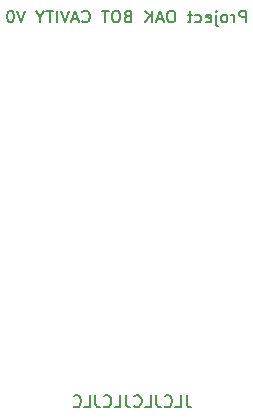
<source format=gbr>
%TF.GenerationSoftware,KiCad,Pcbnew,(5.1.6)-1*%
%TF.CreationDate,2025-07-06T20:59:51+05:30*%
%TF.ProjectId,Project_OAK_BOT_CAVITY_V0,50726f6a-6563-4745-9f4f-414b5f424f54,A*%
%TF.SameCoordinates,Original*%
%TF.FileFunction,Legend,Bot*%
%TF.FilePolarity,Positive*%
%FSLAX46Y46*%
G04 Gerber Fmt 4.6, Leading zero omitted, Abs format (unit mm)*
G04 Created by KiCad (PCBNEW (5.1.6)-1) date 2025-07-06 20:59:51*
%MOMM*%
%LPD*%
G01*
G04 APERTURE LIST*
%ADD10C,0.150000*%
%ADD11C,0.160000*%
G04 APERTURE END LIST*
D10*
X75142147Y-110132880D02*
X75142147Y-110847166D01*
X75189766Y-110990023D01*
X75285004Y-111085261D01*
X75427861Y-111132880D01*
X75523100Y-111132880D01*
X74189766Y-111132880D02*
X74665957Y-111132880D01*
X74665957Y-110132880D01*
X73285004Y-111037642D02*
X73332623Y-111085261D01*
X73475480Y-111132880D01*
X73570719Y-111132880D01*
X73713576Y-111085261D01*
X73808814Y-110990023D01*
X73856433Y-110894785D01*
X73904052Y-110704309D01*
X73904052Y-110561452D01*
X73856433Y-110370976D01*
X73808814Y-110275738D01*
X73713576Y-110180500D01*
X73570719Y-110132880D01*
X73475480Y-110132880D01*
X73332623Y-110180500D01*
X73285004Y-110228119D01*
X72570719Y-110132880D02*
X72570719Y-110847166D01*
X72618338Y-110990023D01*
X72713576Y-111085261D01*
X72856433Y-111132880D01*
X72951671Y-111132880D01*
X71618338Y-111132880D02*
X72094528Y-111132880D01*
X72094528Y-110132880D01*
X70713576Y-111037642D02*
X70761195Y-111085261D01*
X70904052Y-111132880D01*
X70999290Y-111132880D01*
X71142147Y-111085261D01*
X71237385Y-110990023D01*
X71285004Y-110894785D01*
X71332623Y-110704309D01*
X71332623Y-110561452D01*
X71285004Y-110370976D01*
X71237385Y-110275738D01*
X71142147Y-110180500D01*
X70999290Y-110132880D01*
X70904052Y-110132880D01*
X70761195Y-110180500D01*
X70713576Y-110228119D01*
X69999290Y-110132880D02*
X69999290Y-110847166D01*
X70046909Y-110990023D01*
X70142147Y-111085261D01*
X70285004Y-111132880D01*
X70380242Y-111132880D01*
X69046909Y-111132880D02*
X69523100Y-111132880D01*
X69523100Y-110132880D01*
X68142147Y-111037642D02*
X68189766Y-111085261D01*
X68332623Y-111132880D01*
X68427861Y-111132880D01*
X68570719Y-111085261D01*
X68665957Y-110990023D01*
X68713576Y-110894785D01*
X68761195Y-110704309D01*
X68761195Y-110561452D01*
X68713576Y-110370976D01*
X68665957Y-110275738D01*
X68570719Y-110180500D01*
X68427861Y-110132880D01*
X68332623Y-110132880D01*
X68189766Y-110180500D01*
X68142147Y-110228119D01*
X67427861Y-110132880D02*
X67427861Y-110847166D01*
X67475480Y-110990023D01*
X67570719Y-111085261D01*
X67713576Y-111132880D01*
X67808814Y-111132880D01*
X66475480Y-111132880D02*
X66951671Y-111132880D01*
X66951671Y-110132880D01*
X65570719Y-111037642D02*
X65618338Y-111085261D01*
X65761195Y-111132880D01*
X65856433Y-111132880D01*
X65999290Y-111085261D01*
X66094528Y-110990023D01*
X66142147Y-110894785D01*
X66189766Y-110704309D01*
X66189766Y-110561452D01*
X66142147Y-110370976D01*
X66094528Y-110275738D01*
X65999290Y-110180500D01*
X65856433Y-110132880D01*
X65761195Y-110132880D01*
X65618338Y-110180500D01*
X65570719Y-110228119D01*
D11*
X80173838Y-78557380D02*
X80173838Y-77557380D01*
X79792885Y-77557380D01*
X79697647Y-77605000D01*
X79650028Y-77652619D01*
X79602409Y-77747857D01*
X79602409Y-77890714D01*
X79650028Y-77985952D01*
X79697647Y-78033571D01*
X79792885Y-78081190D01*
X80173838Y-78081190D01*
X79173838Y-78557380D02*
X79173838Y-77890714D01*
X79173838Y-78081190D02*
X79126219Y-77985952D01*
X79078600Y-77938333D01*
X78983361Y-77890714D01*
X78888123Y-77890714D01*
X78411933Y-78557380D02*
X78507171Y-78509761D01*
X78554790Y-78462142D01*
X78602409Y-78366904D01*
X78602409Y-78081190D01*
X78554790Y-77985952D01*
X78507171Y-77938333D01*
X78411933Y-77890714D01*
X78269076Y-77890714D01*
X78173838Y-77938333D01*
X78126219Y-77985952D01*
X78078600Y-78081190D01*
X78078600Y-78366904D01*
X78126219Y-78462142D01*
X78173838Y-78509761D01*
X78269076Y-78557380D01*
X78411933Y-78557380D01*
X77650028Y-77890714D02*
X77650028Y-78747857D01*
X77697647Y-78843095D01*
X77792885Y-78890714D01*
X77840504Y-78890714D01*
X77650028Y-77557380D02*
X77697647Y-77605000D01*
X77650028Y-77652619D01*
X77602409Y-77605000D01*
X77650028Y-77557380D01*
X77650028Y-77652619D01*
X76792885Y-78509761D02*
X76888123Y-78557380D01*
X77078600Y-78557380D01*
X77173838Y-78509761D01*
X77221457Y-78414523D01*
X77221457Y-78033571D01*
X77173838Y-77938333D01*
X77078600Y-77890714D01*
X76888123Y-77890714D01*
X76792885Y-77938333D01*
X76745266Y-78033571D01*
X76745266Y-78128809D01*
X77221457Y-78224047D01*
X75888123Y-78509761D02*
X75983361Y-78557380D01*
X76173838Y-78557380D01*
X76269076Y-78509761D01*
X76316695Y-78462142D01*
X76364314Y-78366904D01*
X76364314Y-78081190D01*
X76316695Y-77985952D01*
X76269076Y-77938333D01*
X76173838Y-77890714D01*
X75983361Y-77890714D01*
X75888123Y-77938333D01*
X75602409Y-77890714D02*
X75221457Y-77890714D01*
X75459552Y-77557380D02*
X75459552Y-78414523D01*
X75411933Y-78509761D01*
X75316695Y-78557380D01*
X75221457Y-78557380D01*
X73935742Y-77557380D02*
X73745266Y-77557380D01*
X73650028Y-77605000D01*
X73554790Y-77700238D01*
X73507171Y-77890714D01*
X73507171Y-78224047D01*
X73554790Y-78414523D01*
X73650028Y-78509761D01*
X73745266Y-78557380D01*
X73935742Y-78557380D01*
X74030980Y-78509761D01*
X74126219Y-78414523D01*
X74173838Y-78224047D01*
X74173838Y-77890714D01*
X74126219Y-77700238D01*
X74030980Y-77605000D01*
X73935742Y-77557380D01*
X73126219Y-78271666D02*
X72650028Y-78271666D01*
X73221457Y-78557380D02*
X72888123Y-77557380D01*
X72554790Y-78557380D01*
X72221457Y-78557380D02*
X72221457Y-77557380D01*
X71650028Y-78557380D02*
X72078600Y-77985952D01*
X71650028Y-77557380D02*
X72221457Y-78128809D01*
X70126219Y-78033571D02*
X69983361Y-78081190D01*
X69935742Y-78128809D01*
X69888123Y-78224047D01*
X69888123Y-78366904D01*
X69935742Y-78462142D01*
X69983361Y-78509761D01*
X70078600Y-78557380D01*
X70459552Y-78557380D01*
X70459552Y-77557380D01*
X70126219Y-77557380D01*
X70030980Y-77605000D01*
X69983361Y-77652619D01*
X69935742Y-77747857D01*
X69935742Y-77843095D01*
X69983361Y-77938333D01*
X70030980Y-77985952D01*
X70126219Y-78033571D01*
X70459552Y-78033571D01*
X69269076Y-77557380D02*
X69078600Y-77557380D01*
X68983361Y-77605000D01*
X68888123Y-77700238D01*
X68840504Y-77890714D01*
X68840504Y-78224047D01*
X68888123Y-78414523D01*
X68983361Y-78509761D01*
X69078600Y-78557380D01*
X69269076Y-78557380D01*
X69364314Y-78509761D01*
X69459552Y-78414523D01*
X69507171Y-78224047D01*
X69507171Y-77890714D01*
X69459552Y-77700238D01*
X69364314Y-77605000D01*
X69269076Y-77557380D01*
X68554790Y-77557380D02*
X67983361Y-77557380D01*
X68269076Y-78557380D02*
X68269076Y-77557380D01*
X66316695Y-78462142D02*
X66364314Y-78509761D01*
X66507171Y-78557380D01*
X66602409Y-78557380D01*
X66745266Y-78509761D01*
X66840504Y-78414523D01*
X66888123Y-78319285D01*
X66935742Y-78128809D01*
X66935742Y-77985952D01*
X66888123Y-77795476D01*
X66840504Y-77700238D01*
X66745266Y-77605000D01*
X66602409Y-77557380D01*
X66507171Y-77557380D01*
X66364314Y-77605000D01*
X66316695Y-77652619D01*
X65935742Y-78271666D02*
X65459552Y-78271666D01*
X66030980Y-78557380D02*
X65697647Y-77557380D01*
X65364314Y-78557380D01*
X65173838Y-77557380D02*
X64840504Y-78557380D01*
X64507171Y-77557380D01*
X64173838Y-78557380D02*
X64173838Y-77557380D01*
X63840504Y-77557380D02*
X63269076Y-77557380D01*
X63554790Y-78557380D02*
X63554790Y-77557380D01*
X62745266Y-78081190D02*
X62745266Y-78557380D01*
X63078600Y-77557380D02*
X62745266Y-78081190D01*
X62411933Y-77557380D01*
X61459552Y-77557380D02*
X61126219Y-78557380D01*
X60792885Y-77557380D01*
X60269076Y-77557380D02*
X60173838Y-77557380D01*
X60078600Y-77605000D01*
X60030980Y-77652619D01*
X59983361Y-77747857D01*
X59935742Y-77938333D01*
X59935742Y-78176428D01*
X59983361Y-78366904D01*
X60030980Y-78462142D01*
X60078600Y-78509761D01*
X60173838Y-78557380D01*
X60269076Y-78557380D01*
X60364314Y-78509761D01*
X60411933Y-78462142D01*
X60459552Y-78366904D01*
X60507171Y-78176428D01*
X60507171Y-77938333D01*
X60459552Y-77747857D01*
X60411933Y-77652619D01*
X60364314Y-77605000D01*
X60269076Y-77557380D01*
M02*

</source>
